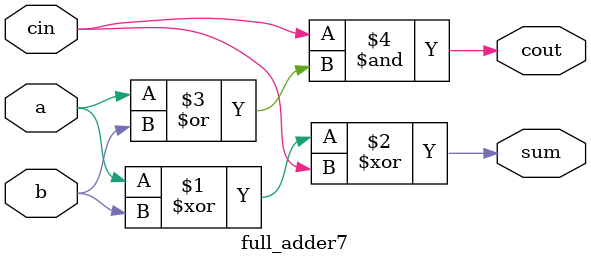
<source format=v>
module full_adder7(a,b,cin,sum,cout);
input a,b,cin;
output sum,cout;
assign sum = a^b^cin;
assign cout = 1'b0|cin&(a|b); 
// initial begin
//     $display("The incorrect adder with and0 and or2 having out/0 and in1/0");
// end   
endmodule
</source>
